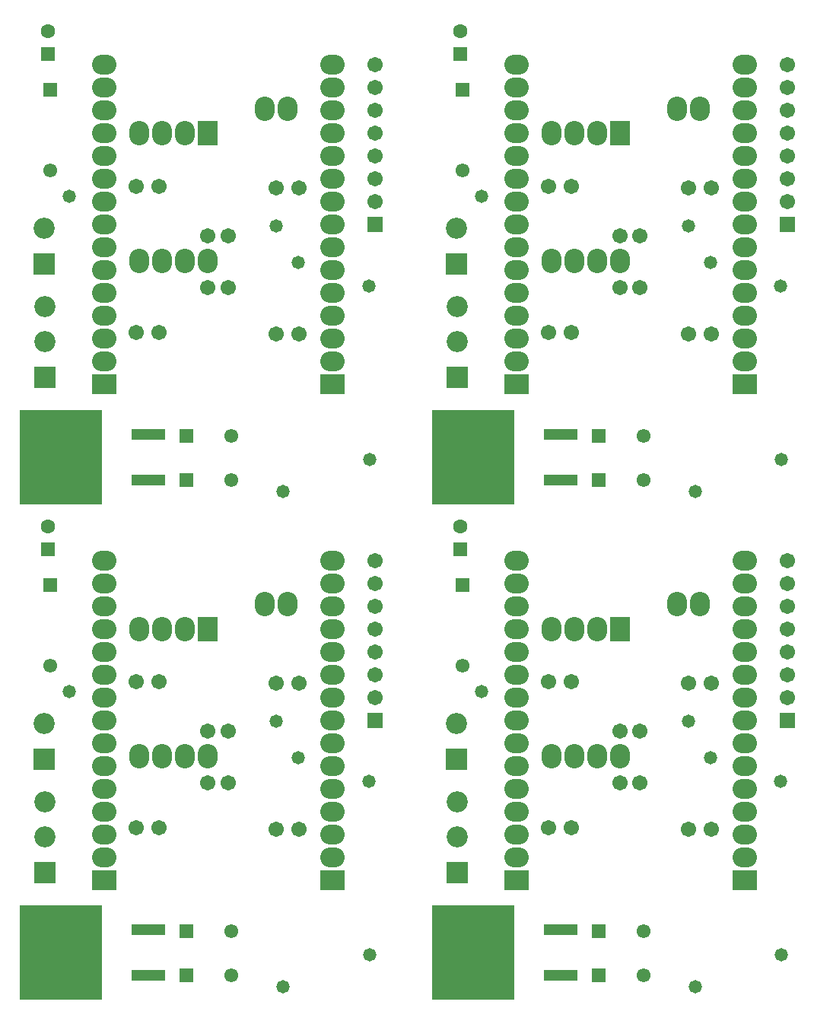
<source format=gbr>
G04*
G04 #@! TF.GenerationSoftware,Altium Limited,Altium Designer,25.4.2 (15)*
G04*
G04 Layer_Color=8388736*
%FSLAX44Y44*%
%MOMM*%
G71*
G04*
G04 #@! TF.SameCoordinates,D2275D6D-F90B-4D7B-AA13-D2FC86024EBF*
G04*
G04*
G04 #@! TF.FilePolarity,Negative*
G04*
G01*
G75*
%ADD31R,9.2032X10.5532*%
%ADD32R,3.7032X1.1532*%
%ADD33C,1.5532*%
%ADD34R,1.5532X1.5532*%
%ADD35R,2.7032X2.2032*%
%ADD36O,2.7032X2.2032*%
%ADD37R,2.2032X2.7032*%
%ADD38O,2.2032X2.7032*%
%ADD39C,1.7032*%
%ADD40R,1.7032X1.7032*%
%ADD41C,2.3532*%
%ADD42R,2.3532X2.3532*%
%ADD43C,1.6032*%
%ADD44R,1.6032X1.6032*%
%ADD45R,1.5532X1.5532*%
%ADD46C,1.4732*%
D31*
X566000Y339460D02*
D03*
X1024790D02*
D03*
X566000Y890730D02*
D03*
X1024790D02*
D03*
D32*
X663500Y364860D02*
D03*
Y314060D02*
D03*
X1122290Y364860D02*
D03*
Y314060D02*
D03*
X663500Y916130D02*
D03*
Y865330D02*
D03*
X1122290Y916130D02*
D03*
Y865330D02*
D03*
D33*
X755750Y313710D02*
D03*
Y362960D02*
D03*
X554250Y657960D02*
D03*
X1214540Y313710D02*
D03*
Y362960D02*
D03*
X1013040Y657960D02*
D03*
X755750Y864980D02*
D03*
Y914230D02*
D03*
X554250Y1209230D02*
D03*
X1214540Y864980D02*
D03*
Y914230D02*
D03*
X1013040Y1209230D02*
D03*
D34*
X705750Y313710D02*
D03*
Y362960D02*
D03*
X1164540Y313710D02*
D03*
Y362960D02*
D03*
X705750Y864980D02*
D03*
Y914230D02*
D03*
X1164540Y864980D02*
D03*
Y914230D02*
D03*
D35*
X614500Y419910D02*
D03*
X868500D02*
D03*
X1073290D02*
D03*
X1327290D02*
D03*
X614500Y971180D02*
D03*
X868500D02*
D03*
X1073290D02*
D03*
X1327290D02*
D03*
D36*
X614500Y445310D02*
D03*
Y470710D02*
D03*
Y521510D02*
D03*
Y546910D02*
D03*
Y572310D02*
D03*
Y597710D02*
D03*
Y623110D02*
D03*
Y648510D02*
D03*
Y673910D02*
D03*
Y699310D02*
D03*
Y724710D02*
D03*
Y750110D02*
D03*
Y775510D02*
D03*
Y496110D02*
D03*
X868500Y445310D02*
D03*
Y470710D02*
D03*
Y496110D02*
D03*
Y521510D02*
D03*
Y546910D02*
D03*
Y572310D02*
D03*
Y597710D02*
D03*
Y623110D02*
D03*
Y648510D02*
D03*
Y673910D02*
D03*
Y699310D02*
D03*
Y724710D02*
D03*
Y750110D02*
D03*
Y775510D02*
D03*
X1073290Y445310D02*
D03*
Y470710D02*
D03*
Y521510D02*
D03*
Y546910D02*
D03*
Y572310D02*
D03*
Y597710D02*
D03*
Y623110D02*
D03*
Y648510D02*
D03*
Y673910D02*
D03*
Y699310D02*
D03*
Y724710D02*
D03*
Y750110D02*
D03*
Y775510D02*
D03*
Y496110D02*
D03*
X1327290Y445310D02*
D03*
Y470710D02*
D03*
Y496110D02*
D03*
Y521510D02*
D03*
Y546910D02*
D03*
Y572310D02*
D03*
Y597710D02*
D03*
Y623110D02*
D03*
Y648510D02*
D03*
Y673910D02*
D03*
Y699310D02*
D03*
Y724710D02*
D03*
Y750110D02*
D03*
Y775510D02*
D03*
X614500Y996580D02*
D03*
Y1021980D02*
D03*
Y1072780D02*
D03*
Y1098180D02*
D03*
Y1123580D02*
D03*
Y1148980D02*
D03*
Y1174380D02*
D03*
Y1199780D02*
D03*
Y1225180D02*
D03*
Y1250580D02*
D03*
Y1275980D02*
D03*
Y1301380D02*
D03*
Y1326780D02*
D03*
Y1047380D02*
D03*
X868500Y996580D02*
D03*
Y1021980D02*
D03*
Y1047380D02*
D03*
Y1072780D02*
D03*
Y1098180D02*
D03*
Y1123580D02*
D03*
Y1148980D02*
D03*
Y1174380D02*
D03*
Y1199780D02*
D03*
Y1225180D02*
D03*
Y1250580D02*
D03*
Y1275980D02*
D03*
Y1301380D02*
D03*
Y1326780D02*
D03*
X1073290Y996580D02*
D03*
Y1021980D02*
D03*
Y1072780D02*
D03*
Y1098180D02*
D03*
Y1123580D02*
D03*
Y1148980D02*
D03*
Y1174380D02*
D03*
Y1199780D02*
D03*
Y1225180D02*
D03*
Y1250580D02*
D03*
Y1275980D02*
D03*
Y1301380D02*
D03*
Y1326780D02*
D03*
Y1047380D02*
D03*
X1327290Y996580D02*
D03*
Y1021980D02*
D03*
Y1047380D02*
D03*
Y1072780D02*
D03*
Y1098180D02*
D03*
Y1123580D02*
D03*
Y1148980D02*
D03*
Y1174380D02*
D03*
Y1199780D02*
D03*
Y1225180D02*
D03*
Y1250580D02*
D03*
Y1275980D02*
D03*
Y1301380D02*
D03*
Y1326780D02*
D03*
D37*
X729250Y699310D02*
D03*
X1188040D02*
D03*
X729250Y1250580D02*
D03*
X1188040D02*
D03*
D38*
X703850Y699310D02*
D03*
X678450D02*
D03*
X653050D02*
D03*
X729250Y557810D02*
D03*
X703850D02*
D03*
X678450D02*
D03*
X653050D02*
D03*
X818850Y726610D02*
D03*
X793450D02*
D03*
X1162640Y699310D02*
D03*
X1137240D02*
D03*
X1111840D02*
D03*
X1188040Y557810D02*
D03*
X1162640D02*
D03*
X1137240D02*
D03*
X1111840D02*
D03*
X1277640Y726610D02*
D03*
X1252240D02*
D03*
X703850Y1250580D02*
D03*
X678450D02*
D03*
X653050D02*
D03*
X729250Y1109080D02*
D03*
X703850D02*
D03*
X678450D02*
D03*
X653050D02*
D03*
X818850Y1277880D02*
D03*
X793450D02*
D03*
X1162640Y1250580D02*
D03*
X1137240D02*
D03*
X1111840D02*
D03*
X1188040Y1109080D02*
D03*
X1162640D02*
D03*
X1137240D02*
D03*
X1111840D02*
D03*
X1277640Y1277880D02*
D03*
X1252240D02*
D03*
D39*
X729250Y585210D02*
D03*
Y528210D02*
D03*
X915500Y623110D02*
D03*
Y648510D02*
D03*
Y673910D02*
D03*
Y699310D02*
D03*
Y724710D02*
D03*
Y750110D02*
D03*
Y775510D02*
D03*
X649750Y640270D02*
D03*
X675150D02*
D03*
X752000Y528210D02*
D03*
Y585210D02*
D03*
X831500Y476150D02*
D03*
X806100D02*
D03*
Y638710D02*
D03*
X831500D02*
D03*
X675150Y477710D02*
D03*
X649750D02*
D03*
X1188040Y585210D02*
D03*
Y528210D02*
D03*
X1374290Y623110D02*
D03*
Y648510D02*
D03*
Y673910D02*
D03*
Y699310D02*
D03*
Y724710D02*
D03*
Y750110D02*
D03*
Y775510D02*
D03*
X1108540Y640270D02*
D03*
X1133940D02*
D03*
X1210790Y528210D02*
D03*
Y585210D02*
D03*
X1290290Y476150D02*
D03*
X1264890D02*
D03*
Y638710D02*
D03*
X1290290D02*
D03*
X1133940Y477710D02*
D03*
X1108540D02*
D03*
X729250Y1136480D02*
D03*
Y1079480D02*
D03*
X915500Y1174380D02*
D03*
Y1199780D02*
D03*
Y1225180D02*
D03*
Y1250580D02*
D03*
Y1275980D02*
D03*
Y1301380D02*
D03*
Y1326780D02*
D03*
X649750Y1191540D02*
D03*
X675150D02*
D03*
X752000Y1079480D02*
D03*
Y1136480D02*
D03*
X831500Y1027420D02*
D03*
X806100D02*
D03*
Y1189980D02*
D03*
X831500D02*
D03*
X675150Y1028980D02*
D03*
X649750D02*
D03*
X1188040Y1136480D02*
D03*
Y1079480D02*
D03*
X1374290Y1174380D02*
D03*
Y1199780D02*
D03*
Y1225180D02*
D03*
Y1250580D02*
D03*
Y1275980D02*
D03*
Y1301380D02*
D03*
Y1326780D02*
D03*
X1108540Y1191540D02*
D03*
X1133940D02*
D03*
X1210790Y1079480D02*
D03*
Y1136480D02*
D03*
X1290290Y1027420D02*
D03*
X1264890D02*
D03*
Y1189980D02*
D03*
X1290290D02*
D03*
X1133940Y1028980D02*
D03*
X1108540D02*
D03*
D40*
X915500Y597710D02*
D03*
X1374290D02*
D03*
X915500Y1148980D02*
D03*
X1374290D02*
D03*
D41*
X548750Y507060D02*
D03*
Y467460D02*
D03*
X547250Y593710D02*
D03*
X1007540Y507060D02*
D03*
Y467460D02*
D03*
X1006040Y593710D02*
D03*
X548750Y1058330D02*
D03*
Y1018730D02*
D03*
X547250Y1144980D02*
D03*
X1007540Y1058330D02*
D03*
Y1018730D02*
D03*
X1006040Y1144980D02*
D03*
D42*
X548750Y427860D02*
D03*
X547250Y554110D02*
D03*
X1007540Y427860D02*
D03*
X1006040Y554110D02*
D03*
X548750Y979130D02*
D03*
X547250Y1105380D02*
D03*
X1007540Y979130D02*
D03*
X1006040Y1105380D02*
D03*
D43*
X551750Y812911D02*
D03*
X1010540D02*
D03*
X551750Y1364181D02*
D03*
X1010540D02*
D03*
D44*
X551750Y787510D02*
D03*
X1010540D02*
D03*
X551750Y1338780D02*
D03*
X1010540D02*
D03*
D45*
X554250Y747960D02*
D03*
X1013040D02*
D03*
X554250Y1299230D02*
D03*
X1013040D02*
D03*
D46*
X575750Y629210D02*
D03*
X830500Y555710D02*
D03*
X909500Y336210D02*
D03*
X805500Y596710D02*
D03*
X813750Y300960D02*
D03*
X908626Y529290D02*
D03*
X1034540Y629210D02*
D03*
X1289290Y555710D02*
D03*
X1368290Y336210D02*
D03*
X1264290Y596710D02*
D03*
X1272540Y300960D02*
D03*
X1367416Y529290D02*
D03*
X575750Y1180480D02*
D03*
X830500Y1106980D02*
D03*
X909500Y887480D02*
D03*
X805500Y1147980D02*
D03*
X813750Y852230D02*
D03*
X908626Y1080560D02*
D03*
X1034540Y1180480D02*
D03*
X1289290Y1106980D02*
D03*
X1368290Y887480D02*
D03*
X1264290Y1147980D02*
D03*
X1272540Y852230D02*
D03*
X1367416Y1080560D02*
D03*
M02*

</source>
